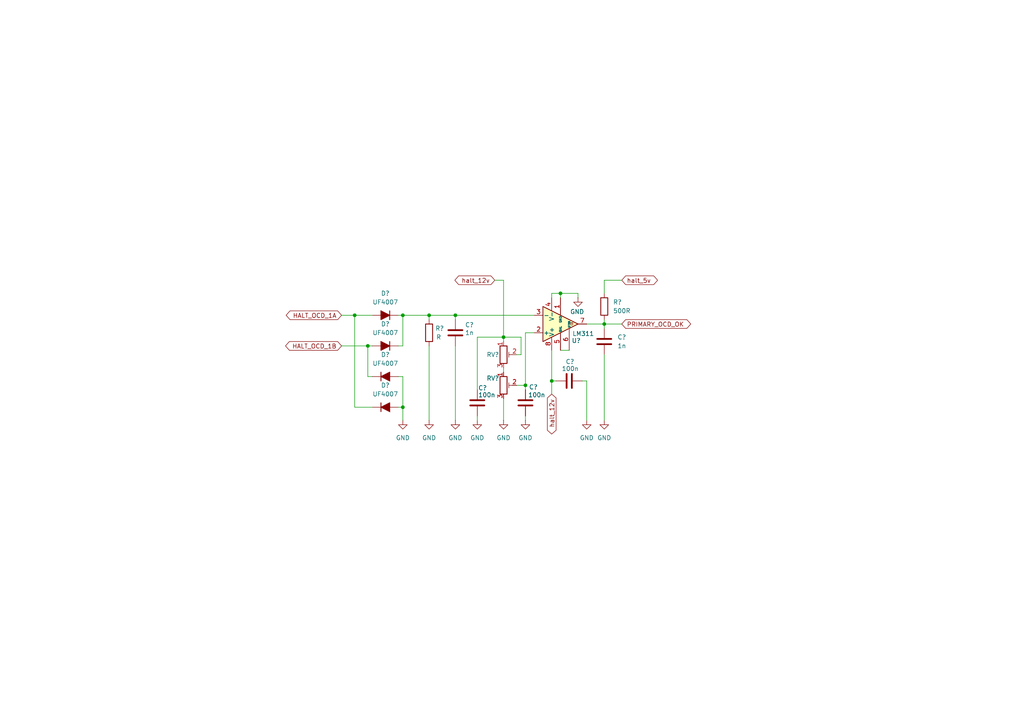
<source format=kicad_sch>
(kicad_sch (version 20250114) (generator "eeschema") (generator_version "9.0")
  (paper "A4")
  (title_block (rev "1.0") (company "Author: 9551 (devvie.cc)"))
  (lib_symbols
    (symbol "Comparator:LM311" (pin_names (offset 0.127))
      (property "Reference" "U" (at 3.81 6.35 0))
      (property "Value" "LM311" (at 3.81 3.81 0))
      (symbol "LM311_0_1"
        (polyline (pts (xy 3.683 -0.381) (xy 3.302 -0.381) (xy 3.683 0) (xy 3.302 0.381) (xy 2.921 0) (xy 3.302 -0.381) (xy 2.921 -0.381)) (stroke (width 0.127)))
        (polyline (pts (xy 5.08 0) (xy -5.08 5.08) (xy -5.08 -5.08) (xy 5.08 0)) (stroke (width 0.254)) (fill (type background)))
      )
      (symbol "LM311_1_1"
        (pin input line (at -7.62 2.54 0) (length 2.54) (name "+") (number "2"))
        (pin input line (at -7.62 -2.54 0) (length 2.54) (name "-") (number "3"))
        (pin power_in line (at -2.54 7.62 270) (length 3.81) (name "V+") (number "8"))
        (pin power_in line (at -2.54 -7.62 90) (length 3.81) (name "V-") (number "4"))
        (pin input line (at 0 7.62 270) (length 5.08) (name "BAL") (number "5"))
        (pin passive line (at 0 -7.62 90) (length 5.08) (name "GND") (number "1"))
        (pin input line (at 2.54 7.62 270) (length 6.35) (name "STRB") (number "6"))
        (pin open_collector line (at 7.62 0 180) (length 2.54) (name "~") (number "7"))
      )
    )
    (symbol "Device:C" (pin_numbers (hide yes)) (pin_names (offset 0.254))
      (property "Reference" "C" (at 0.635 2.54 0))
      (property "Value" "C" (at 0.635 -2.54 0))
      (symbol "C_0_1"
        (polyline (pts (xy -2.032 0.762) (xy 2.032 0.762)) (stroke (width 0.508)))
        (polyline (pts (xy -2.032 -0.762) (xy 2.032 -0.762)) (stroke (width 0.508)))
      )
      (symbol "C_1_1"
        (pin passive line (at 0 3.81 270) (length 2.794) (name "~") (number "1"))
        (pin passive line (at 0 -3.81 90) (length 2.794) (name "~") (number "2"))
      )
    )
    (symbol "Device:R" (pin_numbers (hide yes)) (pin_names (offset 0))
      (property "Reference" "R" (at 2.032 0 90))
      (property "Value" "R" (at 0 0 90))
      (symbol "R_0_1"
        (rectangle (start -1.016 -2.54) (end 1.016 2.54) (stroke (width 0.254)))
      )
      (symbol "R_1_1"
        (pin passive line (at 0 3.81 270) (length 1.27) (name "~") (number "1"))
        (pin passive line (at 0 -3.81 90) (length 1.27) (name "~") (number "2"))
      )
    )
    (symbol "Device:R_Potentiometer_Trim" (pin_names (offset 1.016) (hide yes))
      (property "Reference" "RV" (at -4.445 0 90))
      (property "Value" "R_Potentiometer_Trim" (at -2.54 0 90))
      (symbol "R_Potentiometer_Trim_0_1"
        (rectangle (start 1.016 2.54) (end -1.016 -2.54) (stroke (width 0.254)))
        (polyline (pts (xy 1.524 0.762) (xy 1.524 -0.762)))
        (polyline (pts (xy 2.54 0) (xy 1.524 0)))
      )
      (symbol "R_Potentiometer_Trim_1_1"
        (pin passive line (at 0 3.81 270) (length 1.27) (name "1") (number "1"))
        (pin passive line (at 0 -3.81 90) (length 1.27) (name "3") (number "3"))
        (pin passive line (at 3.81 0 180) (length 1.27) (name "2") (number "2"))
      )
    )
    (symbol "PCM_Diode_AKL:UF4007" (pin_numbers (hide yes)) (pin_names (offset 1.016) (hide yes))
      (property "Reference" "D" (at 0 5.08 0))
      (property "Value" "UF4007" (at 0 2.54 0))
      (symbol "UF4007_0_1"
        (polyline (pts (xy -1.27 1.27) (xy -1.27 -1.27) (xy 1.27 0) (xy -1.27 1.27)) (stroke (width 0.254)) (fill (type outline)))
        (polyline (pts (xy -1.27 0) (xy 1.27 0)))
        (polyline (pts (xy 1.27 1.27) (xy 1.27 -1.27)) (stroke (width 0.254)))
      )
      (symbol "UF4007_0_2"
        (polyline (pts (xy -2.54 -2.54) (xy 2.54 2.54)))
        (polyline (pts (xy -0.889 -0.889) (xy -1.778 0) (xy 0.889 0.889) (xy 0 -1.778) (xy -0.889 -0.889)) (stroke (width 0.254)) (fill (type outline)))
        (polyline (pts (xy 0 1.778) (xy 1.778 0)) (stroke (width 0.254)))
      )
      (symbol "UF4007_1_1"
        (pin passive line (at -3.81 0 0) (length 2.54) (name "A") (number "2"))
        (pin passive line (at 3.81 0 180) (length 2.54) (name "K") (number "1"))
      )
      (symbol "UF4007_1_2"
        (pin passive line (at -2.54 -2.54 0) (length 0) (name "A") (number "2"))
        (pin passive line (at 2.54 2.54 180) (length 0) (name "K") (number "1"))
      )
    )
    (symbol "power:GND" (power) (pin_numbers (hide yes)) (pin_names (offset 0) (hide yes))
      (property "Value" "GND" (at 0 -3.81 0))
      (symbol "GND_0_1"
        (polyline (pts (xy 0 0) (xy 0 -1.27) (xy 1.27 -1.27) (xy 0 -2.54) (xy -1.27 -1.27) (xy 0 -1.27)))
      )
      (symbol "GND_1_1"
        (pin power_in line (at 0 0 270) (length 0) (name "~") (number "1"))
      )
    )
  )
  (junction (at 106.68 100.33))
  (junction (at 102.87 91.44))
  (junction (at 160.02 110.49))
  (junction (at 152.4 111.76))
  (junction (at 162.56 85.09))
  (junction (at 132.08 91.44))
  (junction (at 175.26 93.98))
  (junction (at 116.84 91.44))
  (junction (at 146.05 97.79))
  (junction (at 124.46 91.44))
  (junction (at 116.84 118.11))
  (wire (pts (xy 152.4 120.65) (xy 152.4 121.92)))
  (wire (pts (xy 160.02 85.09) (xy 162.56 85.09)))
  (wire (pts (xy 132.08 100.33) (xy 132.08 121.92)))
  (wire (pts (xy 116.84 109.22) (xy 116.84 118.11)))
  (wire (pts (xy 180.34 81.28) (xy 175.26 81.28)))
  (wire (pts (xy 116.84 118.11) (xy 116.84 121.92)))
  (wire (pts (xy 162.56 101.6) (xy 165.1 101.6)))
  (wire (pts (xy 146.05 97.79) (xy 151.13 97.79)))
  (wire (pts (xy 115.57 118.11) (xy 116.84 118.11)))
  (wire (pts (xy 175.26 92.71) (xy 175.26 93.98)))
  (wire (pts (xy 124.46 100.33) (xy 124.46 121.92)))
  (wire (pts (xy 170.18 93.98) (xy 175.26 93.98)))
  (wire (pts (xy 167.64 86.36) (xy 167.64 85.09)))
  (wire (pts (xy 146.05 97.79) (xy 146.05 99.06)))
  (wire (pts (xy 160.02 101.6) (xy 160.02 110.49)))
  (wire (pts (xy 175.26 81.28) (xy 175.26 85.09)))
  (wire (pts (xy 132.08 91.44) (xy 154.94 91.44)))
  (wire (pts (xy 170.18 110.49) (xy 168.91 110.49)))
  (wire (pts (xy 151.13 102.87) (xy 149.86 102.87)))
  (wire (pts (xy 132.08 91.44) (xy 132.08 92.71)))
  (wire (pts (xy 102.87 118.11) (xy 107.95 118.11)))
  (wire (pts (xy 138.43 120.65) (xy 138.43 121.92)))
  (wire (pts (xy 160.02 110.49) (xy 160.02 114.3)))
  (wire (pts (xy 170.18 121.92) (xy 170.18 110.49)))
  (wire (pts (xy 106.68 100.33) (xy 107.95 100.33)))
  (wire (pts (xy 175.26 102.87) (xy 175.26 121.92)))
  (wire (pts (xy 124.46 91.44) (xy 132.08 91.44)))
  (wire (pts (xy 138.43 97.79) (xy 146.05 97.79)))
  (wire (pts (xy 116.84 91.44) (xy 115.57 91.44)))
  (wire (pts (xy 115.57 100.33) (xy 116.84 100.33)))
  (wire (pts (xy 115.57 109.22) (xy 116.84 109.22)))
  (wire (pts (xy 102.87 91.44) (xy 107.95 91.44)))
  (wire (pts (xy 152.4 96.52) (xy 154.94 96.52)))
  (wire (pts (xy 175.26 93.98) (xy 175.26 95.25)))
  (wire (pts (xy 162.56 85.09) (xy 167.64 85.09)))
  (wire (pts (xy 99.06 91.44) (xy 102.87 91.44)))
  (wire (pts (xy 149.86 111.76) (xy 152.4 111.76)))
  (wire (pts (xy 161.29 110.49) (xy 160.02 110.49)))
  (wire (pts (xy 160.02 86.36) (xy 160.02 85.09)))
  (wire (pts (xy 146.05 106.68) (xy 146.05 107.95)))
  (wire (pts (xy 106.68 100.33) (xy 106.68 109.22)))
  (wire (pts (xy 106.68 109.22) (xy 107.95 109.22)))
  (wire (pts (xy 143.51 81.28) (xy 146.05 81.28)))
  (wire (pts (xy 152.4 111.76) (xy 152.4 96.52)))
  (wire (pts (xy 151.13 97.79) (xy 151.13 102.87)))
  (wire (pts (xy 175.26 93.98) (xy 180.34 93.98)))
  (wire (pts (xy 116.84 100.33) (xy 116.84 91.44)))
  (wire (pts (xy 138.43 113.03) (xy 138.43 97.79)))
  (wire (pts (xy 162.56 85.09) (xy 162.56 86.36)))
  (wire (pts (xy 116.84 91.44) (xy 124.46 91.44)))
  (wire (pts (xy 152.4 111.76) (xy 152.4 113.03)))
  (wire (pts (xy 102.87 91.44) (xy 102.87 118.11)))
  (wire (pts (xy 146.05 115.57) (xy 146.05 121.92)))
  (wire (pts (xy 124.46 91.44) (xy 124.46 92.71)))
  (wire (pts (xy 99.06 100.33) (xy 106.68 100.33)))
  (wire (pts (xy 146.05 81.28) (xy 146.05 97.79)))
  (global_label "halt_12v" (shape bidirectional) (at 143.51 81.28 180) (property "Intersheetrefs" "${INTERSHEET_REFS}" (effects (hide yes))))
  (global_label "HALT_OCD_1A" (shape bidirectional) (at 99.06 91.44 180) (property "Intersheetrefs" "${INTERSHEET_REFS}" (effects (hide yes))))
  (global_label "PRIMARY_OCD_OK" (shape bidirectional) (at 180.34 93.98 0) (property "Intersheetrefs" "${INTERSHEET_REFS}" (effects (hide yes))))
  (global_label "halt_12v" (shape bidirectional) (at 160.02 114.3 270) (property "Intersheetrefs" "${INTERSHEET_REFS}" (effects (hide yes))))
  (global_label "halt_5v" (shape bidirectional) (at 180.34 81.28 0) (property "Intersheetrefs" "${INTERSHEET_REFS}" (effects (hide yes))))
  (global_label "HALT_OCD_1B" (shape bidirectional) (at 99.06 100.33 180) (property "Intersheetrefs" "${INTERSHEET_REFS}" (effects (hide yes))))
  (symbol (lib_id "Device:R_Potentiometer_Trim") (at 146.05 111.76 0) (unit 1)
    (property "Reference" "RV2" (at 144.78 109.728 0) (effects (justify right)))
    (property "Value" "R_Potentiometer_Trim" (effects (hide yes)))
    (property "Description" "Trim-potentiometer" (effects (hide yes)))
    (instances (project "base" (path "" (reference "RV?") (unit 1))) (project "hardware" (path "" (reference "RV2") (unit 1))))
  )
  (symbol (lib_id "Device:R") (at 175.26 88.9 0) (unit 1)
    (property "Reference" "R3" (at 177.8 87.6299 0) (effects (justify left)))
    (property "Value" "500R" (at 177.8 90.1699 0) (effects (justify left)))
    (property "Description" "Resistor" (effects (hide yes)))
    (instances (project "base" (path "" (reference "R?") (unit 1))) (project "hardware" (path "" (reference "R3") (unit 1))))
  )
  (symbol (lib_id "Device:C") (at 165.1 110.49 90) (unit 1)
    (property "Reference" "C11" (at 166.624 104.902 90) (effects (justify left)))
    (property "Value" "100n" (at 167.894 106.934 90) (effects (justify left)))
    (property "Description" "Unpolarized capacitor" (effects (hide yes)))
    (instances (project "base" (path "" (reference "C?") (unit 1))) (project "hardware" (path "" (reference "C11") (unit 1))))
  )
  (symbol (lib_id "power:GND") (at 138.43 121.92 0) (unit 1)
    (property "Reference" "#PWR011" (effects (hide yes)))
    (property "Value" "GND" (at 138.43 127 0))
    (property "Description" "Power symbol creates a global label with name \"GND\" , ground" (effects (hide yes)))
    (instances (project "base" (path "" (reference "#PWR?") (unit 1))) (project "hardware" (path "" (reference "#PWR011") (unit 1))))
  )
  (symbol (lib_id "power:GND") (at 116.84 121.92 0) (unit 1)
    (property "Reference" "#PWR08" (effects (hide yes)))
    (property "Value" "GND" (at 116.84 127 0))
    (property "Description" "Power symbol creates a global label with name \"GND\" , ground" (effects (hide yes)))
    (instances (project "base" (path "" (reference "#PWR?") (unit 1))) (project "hardware" (path "" (reference "#PWR08") (unit 1))))
  )
  (symbol (lib_id "Device:R_Potentiometer_Trim") (at 146.05 102.87 0) (unit 1)
    (property "Reference" "RV1" (at 144.78 102.87 0) (effects (justify right)))
    (property "Value" "R_Potentiometer_Trim" (effects (hide yes)))
    (property "Description" "Trim-potentiometer" (effects (hide yes)))
    (instances (project "base" (path "" (reference "RV?") (unit 1))) (project "hardware" (path "" (reference "RV1") (unit 1))))
  )
  (symbol (lib_id "power:GND") (at 146.05 121.92 0) (unit 1)
    (property "Reference" "#PWR012" (effects (hide yes)))
    (property "Value" "GND" (at 146.05 127 0))
    (property "Description" "Power symbol creates a global label with name \"GND\" , ground" (effects (hide yes)))
    (instances (project "base" (path "" (reference "#PWR?") (unit 1))) (project "hardware" (path "" (reference "#PWR012") (unit 1))))
  )
  (symbol (lib_id "Device:C") (at 152.4 116.84 0) (unit 1)
    (property "Reference" "C10" (at 153.416 112.268 0) (effects (justify left)))
    (property "Value" "100n" (at 153.162 114.554 0) (effects (justify left)))
    (property "Description" "Unpolarized capacitor" (effects (hide yes)))
    (instances (project "base" (path "" (reference "C?") (unit 1))) (project "hardware" (path "" (reference "C10") (unit 1))))
  )
  (symbol (lib_id "PCM_Diode_AKL:UF4007") (at 111.76 109.22 180) (unit 1)
    (property "Reference" "D4" (at 111.76 102.87 0))
    (property "Value" "UF4007" (at 111.76 105.41 0))
    (property "Footprint" "PCM_Diode_THT_AKL:D_DO-41_SOD81_P10.16mm_Horizontal" (effects (hide yes)))
    (property "Datasheet" "https://www.tme.eu/Document/21b076f52097b84d01d00a07072ed50d/uf4001.pdf" (effects (hide yes)))
    (property "Description" "DO-41 Diode, Ultrafast Rectifier, 1000V, 1A, 75ns, Alternate KiCad Library" (effects (hide yes)))
    (instances (project "base" (path "" (reference "D?") (unit 1))) (project "hardware" (path "" (reference "D4") (unit 1))))
  )
  (symbol (lib_id "Device:C") (at 132.08 96.52 0) (unit 1)
    (property "Reference" "C8" (at 134.874 94.234 0) (effects (justify left)))
    (property "Value" "1n" (at 134.874 96.52 0) (effects (justify left)))
    (property "Description" "Unpolarized capacitor" (effects (hide yes)))
    (instances (project "base" (path "" (reference "C?") (unit 1))) (project "hardware" (path "" (reference "C8") (unit 1))))
  )
  (symbol (lib_id "Device:C") (at 175.26 99.06 0) (unit 1)
    (property "Reference" "C12" (at 179.07 97.7899 0) (effects (justify left)))
    (property "Value" "1n" (at 179.07 100.3299 0) (effects (justify left)))
    (property "Description" "Unpolarized capacitor" (effects (hide yes)))
    (instances (project "base" (path "" (reference "C?") (unit 1))) (project "hardware" (path "" (reference "C12") (unit 1))))
  )
  (symbol (lib_id "PCM_Diode_AKL:UF4007") (at 111.76 91.44 0) (unit 1)
    (property "Reference" "D2" (at 111.76 85.09 0))
    (property "Value" "UF4007" (at 111.76 87.63 0))
    (property "Footprint" "PCM_Diode_THT_AKL:D_DO-41_SOD81_P10.16mm_Horizontal" (effects (hide yes)))
    (property "Datasheet" "https://www.tme.eu/Document/21b076f52097b84d01d00a07072ed50d/uf4001.pdf" (effects (hide yes)))
    (property "Description" "DO-41 Diode, Ultrafast Rectifier, 1000V, 1A, 75ns, Alternate KiCad Library" (effects (hide yes)))
    (instances (project "base" (path "" (reference "D?") (unit 1))) (project "hardware" (path "" (reference "D2") (unit 1))))
  )
  (symbol (lib_id "Device:C") (at 138.43 116.84 0) (unit 1)
    (property "Reference" "C9" (at 138.684 112.522 0) (effects (justify left)))
    (property "Value" "100n" (at 138.684 114.554 0) (effects (justify left)))
    (property "Description" "Unpolarized capacitor" (effects (hide yes)))
    (instances (project "base" (path "" (reference "C?") (unit 1))) (project "hardware" (path "" (reference "C9") (unit 1))))
  )
  (symbol (lib_id "Device:R") (at 124.46 96.52 0) (unit 1)
    (property "Reference" "R2" (at 126.238 95.25 0) (effects (justify left)))
    (property "Value" "R" (at 126.492 97.79 0) (effects (justify left)))
    (property "Description" "Resistor" (effects (hide yes)))
    (instances (project "base" (path "" (reference "R?") (unit 1))) (project "hardware" (path "" (reference "R2") (unit 1))))
  )
  (symbol (lib_id "PCM_Diode_AKL:UF4007") (at 111.76 118.11 180) (unit 1)
    (property "Reference" "D5" (at 111.76 111.76 0))
    (property "Value" "UF4007" (at 111.76 114.3 0))
    (property "Footprint" "PCM_Diode_THT_AKL:D_DO-41_SOD81_P10.16mm_Horizontal" (effects (hide yes)))
    (property "Datasheet" "https://www.tme.eu/Document/21b076f52097b84d01d00a07072ed50d/uf4001.pdf" (effects (hide yes)))
    (property "Description" "DO-41 Diode, Ultrafast Rectifier, 1000V, 1A, 75ns, Alternate KiCad Library" (effects (hide yes)))
    (instances (project "base" (path "" (reference "D?") (unit 1))) (project "hardware" (path "" (reference "D5") (unit 1))))
  )
  (symbol (lib_id "power:GND") (at 167.64 86.36 0) (unit 1)
    (property "Reference" "#PWR014" (effects (hide yes)))
    (property "Value" "GND" (at 167.386 90.424 0))
    (property "Description" "Power symbol creates a global label with name \"GND\" , ground" (effects (hide yes)))
    (instances (project "base" (path "" (reference "#PWR?") (unit 1))) (project "hardware" (path "" (reference "#PWR014") (unit 1))))
  )
  (symbol (lib_id "Comparator:LM311") (at 162.56 93.98 0) (mirror x) (unit 1)
    (property "Reference" "U6" (at 167.132 98.806 0))
    (property "Value" "LM311" (at 169.164 96.774 0))
    (property "Datasheet" "https://www.st.com/resource/en/datasheet/lm311.pdf" (effects (hide yes)))
    (property "Description" "Voltage Comparator, DIP-8/SOIC-8" (effects (hide yes)))
    (instances (project "base" (path "" (reference "U?") (unit 1))) (project "hardware" (path "" (reference "U6") (unit 1))))
  )
  (symbol (lib_id "power:GND") (at 124.46 121.92 0) (unit 1)
    (property "Reference" "#PWR09" (effects (hide yes)))
    (property "Value" "GND" (at 124.46 127 0))
    (property "Description" "Power symbol creates a global label with name \"GND\" , ground" (effects (hide yes)))
    (instances (project "base" (path "" (reference "#PWR?") (unit 1))) (project "hardware" (path "" (reference "#PWR09") (unit 1))))
  )
  (symbol (lib_id "power:GND") (at 152.4 121.92 0) (unit 1)
    (property "Reference" "#PWR013" (effects (hide yes)))
    (property "Value" "GND" (at 152.4 127 0))
    (property "Description" "Power symbol creates a global label with name \"GND\" , ground" (effects (hide yes)))
    (instances (project "base" (path "" (reference "#PWR?") (unit 1))) (project "hardware" (path "" (reference "#PWR013") (unit 1))))
  )
  (symbol (lib_id "PCM_Diode_AKL:UF4007") (at 111.76 100.33 0) (unit 1)
    (property "Reference" "D3" (at 111.76 93.98 0))
    (property "Value" "UF4007" (at 111.76 96.52 0))
    (property "Footprint" "PCM_Diode_THT_AKL:D_DO-41_SOD81_P10.16mm_Horizontal" (effects (hide yes)))
    (property "Datasheet" "https://www.tme.eu/Document/21b076f52097b84d01d00a07072ed50d/uf4001.pdf" (effects (hide yes)))
    (property "Description" "DO-41 Diode, Ultrafast Rectifier, 1000V, 1A, 75ns, Alternate KiCad Library" (effects (hide yes)))
    (instances (project "base" (path "" (reference "D?") (unit 1))) (project "hardware" (path "" (reference "D3") (unit 1))))
  )
  (symbol (lib_id "power:GND") (at 170.18 121.92 0) (unit 1)
    (property "Reference" "#PWR015" (effects (hide yes)))
    (property "Value" "GND" (at 170.18 127 0))
    (property "Description" "Power symbol creates a global label with name \"GND\" , ground" (effects (hide yes)))
  )
  (symbol (lib_id "power:GND") (at 175.26 121.92 0) (unit 1)
    (property "Reference" "#PWR016" (effects (hide yes)))
    (property "Value" "GND" (at 175.26 127 0))
    (property "Description" "Power symbol creates a global label with name \"GND\" , ground" (effects (hide yes)))
    (instances (project "base" (path "" (reference "#PWR?") (unit 1))) (project "hardware" (path "" (reference "#PWR016") (unit 1))))
  )
  (symbol (lib_id "power:GND") (at 132.08 121.92 0) (unit 1)
    (property "Reference" "#PWR010" (effects (hide yes)))
    (property "Value" "GND" (at 132.08 127 0))
    (property "Description" "Power symbol creates a global label with name \"GND\" , ground" (effects (hide yes)))
    (instances (project "base" (path "" (reference "#PWR?") (unit 1))) (project "hardware" (path "" (reference "#PWR010") (unit 1))))
  )
)
</source>
